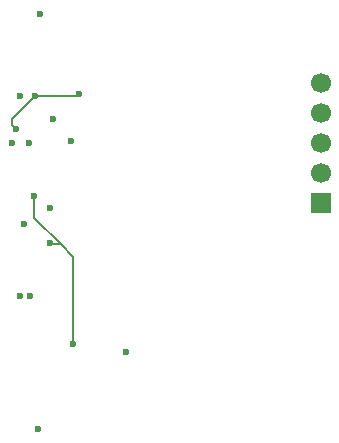
<source format=gbr>
%TF.GenerationSoftware,KiCad,Pcbnew,9.0.6*%
%TF.CreationDate,2025-12-28T22:24:58-08:00*%
%TF.ProjectId,neodrone-v1,6e656f64-726f-46e6-952d-76312e6b6963,rev?*%
%TF.SameCoordinates,Original*%
%TF.FileFunction,Copper,L3,Inr*%
%TF.FilePolarity,Positive*%
%FSLAX46Y46*%
G04 Gerber Fmt 4.6, Leading zero omitted, Abs format (unit mm)*
G04 Created by KiCad (PCBNEW 9.0.6) date 2025-12-28 22:24:58*
%MOMM*%
%LPD*%
G01*
G04 APERTURE LIST*
%TA.AperFunction,ComponentPad*%
%ADD10C,1.700000*%
%TD*%
%TA.AperFunction,ComponentPad*%
%ADD11R,1.700000X1.700000*%
%TD*%
%TA.AperFunction,ViaPad*%
%ADD12C,0.600000*%
%TD*%
%TA.AperFunction,Conductor*%
%ADD13C,0.200000*%
%TD*%
G04 APERTURE END LIST*
D10*
%TO.N,GND*%
%TO.C,J1*%
X175500000Y-87960000D03*
%TO.N,+3V3*%
X175500000Y-90500000D03*
%TO.N,Net-(J1-RESET)*%
X175500000Y-93040000D03*
%TO.N,Net-(J1-SWCLK)*%
X175500000Y-95580000D03*
D11*
%TO.N,Net-(J1-SWDIO)*%
X175500000Y-98120000D03*
%TD*%
D12*
%TO.N,IMU_SCK*%
X152500000Y-98500000D03*
%TO.N,IMU_MOSI*%
X150349998Y-99849998D03*
%TO.N,IMU_SCK*%
X150800003Y-106000000D03*
%TO.N,IMU_MOSI*%
X150000000Y-106000000D03*
%TO.N,+3V3*%
X152500000Y-101500000D03*
X151152290Y-97482060D03*
X154500000Y-110000000D03*
%TO.N,GND*%
X154275000Y-92862500D03*
X150000000Y-89000000D03*
X159000000Y-110703125D03*
X151500000Y-117214047D03*
%TO.N,+3V3*%
X150775000Y-93000000D03*
%TO.N,GND*%
X152775000Y-91000000D03*
%TO.N,+3V3*%
X151275000Y-89000000D03*
X149637500Y-91862500D03*
%TO.N,GND*%
X149275000Y-93000000D03*
X151671083Y-82116356D03*
%TO.N,+3V3*%
X154977812Y-88860278D03*
%TO.N,GND*%
X175500000Y-87960000D03*
%TD*%
D13*
%TO.N,+3V3*%
X149275000Y-91000000D02*
X151275000Y-89000000D01*
X149637500Y-91862500D02*
X149275000Y-91500000D01*
X149275000Y-91500000D02*
X149275000Y-91000000D01*
X151275000Y-89000000D02*
X154838090Y-89000000D01*
X154838090Y-89000000D02*
X154977812Y-88860278D01*
X154500000Y-102649237D02*
X153425381Y-101574619D01*
X151168320Y-99317557D02*
X151168320Y-97498090D01*
X151168320Y-97498090D02*
X151152290Y-97482060D01*
X153425381Y-101574619D02*
X151168320Y-99317557D01*
X154500000Y-110000000D02*
X154500000Y-102649237D01*
X152500000Y-101500000D02*
X152574619Y-101574619D01*
X152574619Y-101574619D02*
X153425381Y-101574619D01*
%TD*%
M02*

</source>
